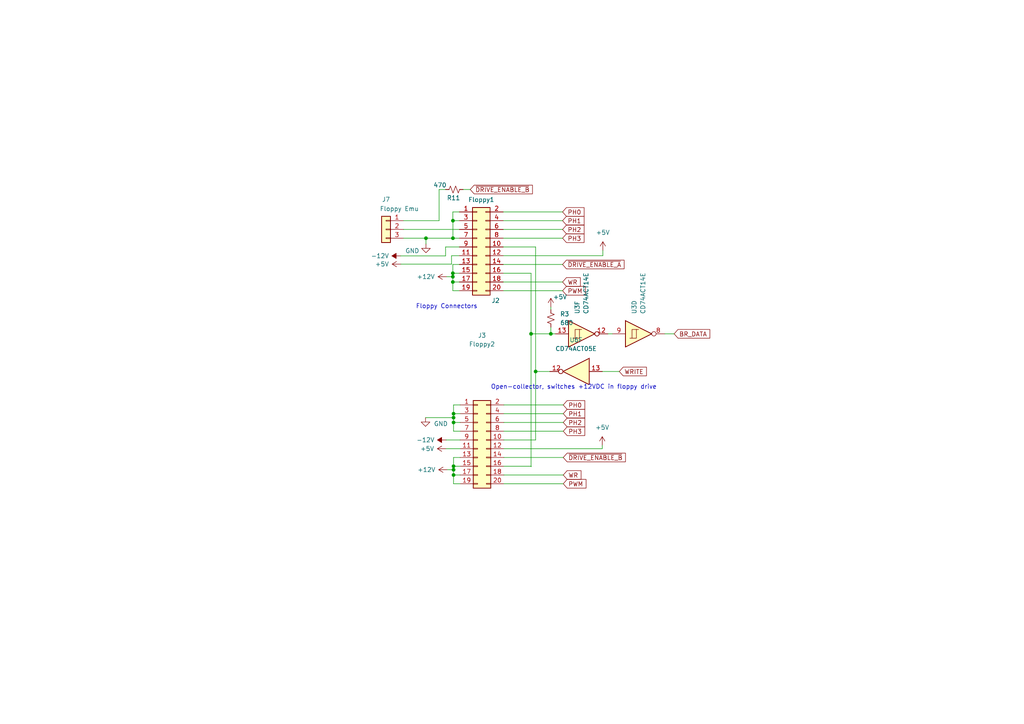
<source format=kicad_sch>
(kicad_sch (version 20230121) (generator eeschema)
  (paper "A4")
  (lib_symbols
    (symbol "74xx:74LS05" (pin_names (offset 1.016))
      (property "Reference" "U" (at 0 1.27 0))
      (property "Value" "74LS05" (at 0 -1.27 0))
      (symbol "74LS05_1_0"
        (polyline (pts (xy -3.81 3.81) (xy -3.81 -3.81) (xy 3.81 0) (xy -3.81 3.81)) (stroke (width 0.254)) (fill (type background)))
        (pin input line (at -7.62 0 0) (length 3.81) (name "~") (number "1"))
        (pin open_collector inverted (at 7.62 0 180) (length 3.81) (name "~") (number "2"))
      )
      (symbol "74LS05_2_0"
        (polyline (pts (xy -3.81 3.81) (xy -3.81 -3.81) (xy 3.81 0) (xy -3.81 3.81)) (stroke (width 0.254)) (fill (type background)))
        (pin input line (at -7.62 0 0) (length 3.81) (name "~") (number "3"))
        (pin open_collector inverted (at 7.62 0 180) (length 3.81) (name "~") (number "4"))
      )
      (symbol "74LS05_3_0"
        (polyline (pts (xy -3.81 3.81) (xy -3.81 -3.81) (xy 3.81 0) (xy -3.81 3.81)) (stroke (width 0.254)) (fill (type background)))
        (pin input line (at -7.62 0 0) (length 3.81) (name "~") (number "5"))
        (pin open_collector inverted (at 7.62 0 180) (length 3.81) (name "~") (number "6"))
      )
      (symbol "74LS05_4_0"
        (polyline (pts (xy -3.81 3.81) (xy -3.81 -3.81) (xy 3.81 0) (xy -3.81 3.81)) (stroke (width 0.254)) (fill (type background)))
        (pin open_collector inverted (at 7.62 0 180) (length 3.81) (name "~") (number "8"))
        (pin input line (at -7.62 0 0) (length 3.81) (name "~") (number "9"))
      )
      (symbol "74LS05_5_0"
        (polyline (pts (xy -3.81 3.81) (xy -3.81 -3.81) (xy 3.81 0) (xy -3.81 3.81)) (stroke (width 0.254)) (fill (type background)))
        (pin open_collector inverted (at 7.62 0 180) (length 3.81) (name "~") (number "10"))
        (pin input line (at -7.62 0 0) (length 3.81) (name "~") (number "11"))
      )
      (symbol "74LS05_6_0"
        (polyline (pts (xy -3.81 3.81) (xy -3.81 -3.81) (xy 3.81 0) (xy -3.81 3.81)) (stroke (width 0.254)) (fill (type background)))
        (pin open_collector inverted (at 7.62 0 180) (length 3.81) (name "~") (number "12"))
        (pin input line (at -7.62 0 0) (length 3.81) (name "~") (number "13"))
      )
      (symbol "74LS05_7_0"
        (pin power_in line (at 0 12.7 270) (length 5.08) (name "VCC") (number "14"))
        (pin power_in line (at 0 -12.7 90) (length 5.08) (name "GND") (number "7"))
      )
      (symbol "74LS05_7_1"
        (rectangle (start -5.08 7.62) (end 5.08 -7.62) (stroke (width 0.254)) (fill (type background)))
      )
    )
    (symbol "74xx:74LS14" (pin_names (offset 1.016))
      (property "Reference" "U" (at 0 1.27 0))
      (property "Value" "74LS14" (at 0 -1.27 0))
      (symbol "74LS14_1_0"
        (polyline (pts (xy -3.81 3.81) (xy -3.81 -3.81) (xy 3.81 0) (xy -3.81 3.81)) (stroke (width 0.254)) (fill (type background)))
        (pin input line (at -7.62 0 0) (length 3.81) (name "~") (number "1"))
        (pin output inverted (at 7.62 0 180) (length 3.81) (name "~") (number "2"))
      )
      (symbol "74LS14_1_1"
        (polyline (pts (xy -1.905 -1.27) (xy -1.905 1.27) (xy -0.635 1.27)))
        (polyline (pts (xy -2.54 -1.27) (xy -0.635 -1.27) (xy -0.635 1.27) (xy 0 1.27)))
      )
      (symbol "74LS14_2_0"
        (polyline (pts (xy -3.81 3.81) (xy -3.81 -3.81) (xy 3.81 0) (xy -3.81 3.81)) (stroke (width 0.254)) (fill (type background)))
        (pin input line (at -7.62 0 0) (length 3.81) (name "~") (number "3"))
        (pin output inverted (at 7.62 0 180) (length 3.81) (name "~") (number "4"))
      )
      (symbol "74LS14_2_1"
        (polyline (pts (xy -1.905 -1.27) (xy -1.905 1.27) (xy -0.635 1.27)))
        (polyline (pts (xy -2.54 -1.27) (xy -0.635 -1.27) (xy -0.635 1.27) (xy 0 1.27)))
      )
      (symbol "74LS14_3_0"
        (polyline (pts (xy -3.81 3.81) (xy -3.81 -3.81) (xy 3.81 0) (xy -3.81 3.81)) (stroke (width 0.254)) (fill (type background)))
        (pin input line (at -7.62 0 0) (length 3.81) (name "~") (number "5"))
        (pin output inverted (at 7.62 0 180) (length 3.81) (name "~") (number "6"))
      )
      (symbol "74LS14_3_1"
        (polyline (pts (xy -1.905 -1.27) (xy -1.905 1.27) (xy -0.635 1.27)))
        (polyline (pts (xy -2.54 -1.27) (xy -0.635 -1.27) (xy -0.635 1.27) (xy 0 1.27)))
      )
      (symbol "74LS14_4_0"
        (polyline (pts (xy -3.81 3.81) (xy -3.81 -3.81) (xy 3.81 0) (xy -3.81 3.81)) (stroke (width 0.254)) (fill (type background)))
        (pin output inverted (at 7.62 0 180) (length 3.81) (name "~") (number "8"))
        (pin input line (at -7.62 0 0) (length 3.81) (name "~") (number "9"))
      )
      (symbol "74LS14_4_1"
        (polyline (pts (xy -1.905 -1.27) (xy -1.905 1.27) (xy -0.635 1.27)))
        (polyline (pts (xy -2.54 -1.27) (xy -0.635 -1.27) (xy -0.635 1.27) (xy 0 1.27)))
      )
      (symbol "74LS14_5_0"
        (polyline (pts (xy -3.81 3.81) (xy -3.81 -3.81) (xy 3.81 0) (xy -3.81 3.81)) (stroke (width 0.254)) (fill (type background)))
        (pin output inverted (at 7.62 0 180) (length 3.81) (name "~") (number "10"))
        (pin input line (at -7.62 0 0) (length 3.81) (name "~") (number "11"))
      )
      (symbol "74LS14_5_1"
        (polyline (pts (xy -1.905 -1.27) (xy -1.905 1.27) (xy -0.635 1.27)))
        (polyline (pts (xy -2.54 -1.27) (xy -0.635 -1.27) (xy -0.635 1.27) (xy 0 1.27)))
      )
      (symbol "74LS14_6_0"
        (polyline (pts (xy -3.81 3.81) (xy -3.81 -3.81) (xy 3.81 0) (xy -3.81 3.81)) (stroke (width 0.254)) (fill (type background)))
        (pin output inverted (at 7.62 0 180) (length 3.81) (name "~") (number "12"))
        (pin input line (at -7.62 0 0) (length 3.81) (name "~") (number "13"))
      )
      (symbol "74LS14_6_1"
        (polyline (pts (xy -1.905 -1.27) (xy -1.905 1.27) (xy -0.635 1.27)))
        (polyline (pts (xy -2.54 -1.27) (xy -0.635 -1.27) (xy -0.635 1.27) (xy 0 1.27)))
      )
      (symbol "74LS14_7_0"
        (pin power_in line (at 0 12.7 270) (length 5.08) (name "VCC") (number "14"))
        (pin power_in line (at 0 -12.7 90) (length 5.08) (name "GND") (number "7"))
      )
      (symbol "74LS14_7_1"
        (rectangle (start -5.08 7.62) (end 5.08 -7.62) (stroke (width 0.254)) (fill (type background)))
      )
    )
    (symbol "Connector_Generic:Conn_01x03" (pin_names (offset 1.016) hide)
      (property "Reference" "J" (at 0 5.08 0))
      (property "Value" "Conn_01x03" (at 0 -5.08 0))
      (symbol "Conn_01x03_1_1"
        (rectangle (start -1.27 -2.413) (end 0 -2.667) (stroke (width 0.1524)))
        (rectangle (start -1.27 0.127) (end 0 -0.127) (stroke (width 0.1524)))
        (rectangle (start -1.27 2.667) (end 0 2.413) (stroke (width 0.1524)))
        (rectangle (start -1.27 3.81) (end 1.27 -3.81) (stroke (width 0.254)) (fill (type background)))
        (pin passive line (at -5.08 2.54 0) (length 3.81) (name "Pin_1") (number "1"))
        (pin passive line (at -5.08 0 0) (length 3.81) (name "Pin_2") (number "2"))
        (pin passive line (at -5.08 -2.54 0) (length 3.81) (name "Pin_3") (number "3"))
      )
    )
    (symbol "Connector_Generic:Conn_02x10_Odd_Even" (pin_names (offset 1.016) hide)
      (property "Reference" "J" (at 1.27 12.7 0))
      (property "Value" "Conn_02x10_Odd_Even" (at 1.27 -15.24 0))
      (symbol "Conn_02x10_Odd_Even_1_1"
        (rectangle (start -1.27 -12.573) (end 0 -12.827) (stroke (width 0.1524)))
        (rectangle (start -1.27 -10.033) (end 0 -10.287) (stroke (width 0.1524)))
        (rectangle (start -1.27 -7.493) (end 0 -7.747) (stroke (width 0.1524)))
        (rectangle (start -1.27 -4.953) (end 0 -5.207) (stroke (width 0.1524)))
        (rectangle (start -1.27 -2.413) (end 0 -2.667) (stroke (width 0.1524)))
        (rectangle (start -1.27 0.127) (end 0 -0.127) (stroke (width 0.1524)))
        (rectangle (start -1.27 2.667) (end 0 2.413) (stroke (width 0.1524)))
        (rectangle (start -1.27 5.207) (end 0 4.953) (stroke (width 0.1524)))
        (rectangle (start -1.27 7.747) (end 0 7.493) (stroke (width 0.1524)))
        (rectangle (start -1.27 10.287) (end 0 10.033) (stroke (width 0.1524)))
        (rectangle (start -1.27 11.43) (end 3.81 -13.97) (stroke (width 0.254)) (fill (type background)))
        (rectangle (start 3.81 -12.573) (end 2.54 -12.827) (stroke (width 0.1524)))
        (rectangle (start 3.81 -10.033) (end 2.54 -10.287) (stroke (width 0.1524)))
        (rectangle (start 3.81 -7.493) (end 2.54 -7.747) (stroke (width 0.1524)))
        (rectangle (start 3.81 -4.953) (end 2.54 -5.207) (stroke (width 0.1524)))
        (rectangle (start 3.81 -2.413) (end 2.54 -2.667) (stroke (width 0.1524)))
        (rectangle (start 3.81 0.127) (end 2.54 -0.127) (stroke (width 0.1524)))
        (rectangle (start 3.81 2.667) (end 2.54 2.413) (stroke (width 0.1524)))
        (rectangle (start 3.81 5.207) (end 2.54 4.953) (stroke (width 0.1524)))
        (rectangle (start 3.81 7.747) (end 2.54 7.493) (stroke (width 0.1524)))
        (rectangle (start 3.81 10.287) (end 2.54 10.033) (stroke (width 0.1524)))
        (pin passive line (at -5.08 10.16 0) (length 3.81) (name "Pin_1") (number "1"))
        (pin passive line (at 7.62 0 180) (length 3.81) (name "Pin_10") (number "10"))
        (pin passive line (at -5.08 -2.54 0) (length 3.81) (name "Pin_11") (number "11"))
        (pin passive line (at 7.62 -2.54 180) (length 3.81) (name "Pin_12") (number "12"))
        (pin passive line (at -5.08 -5.08 0) (length 3.81) (name "Pin_13") (number "13"))
        (pin passive line (at 7.62 -5.08 180) (length 3.81) (name "Pin_14") (number "14"))
        (pin passive line (at -5.08 -7.62 0) (length 3.81) (name "Pin_15") (number "15"))
        (pin passive line (at 7.62 -7.62 180) (length 3.81) (name "Pin_16") (number "16"))
        (pin passive line (at -5.08 -10.16 0) (length 3.81) (name "Pin_17") (number "17"))
        (pin passive line (at 7.62 -10.16 180) (length 3.81) (name "Pin_18") (number "18"))
        (pin passive line (at -5.08 -12.7 0) (length 3.81) (name "Pin_19") (number "19"))
        (pin passive line (at 7.62 10.16 180) (length 3.81) (name "Pin_2") (number "2"))
        (pin passive line (at 7.62 -12.7 180) (length 3.81) (name "Pin_20") (number "20"))
        (pin passive line (at -5.08 7.62 0) (length 3.81) (name "Pin_3") (number "3"))
        (pin passive line (at 7.62 7.62 180) (length 3.81) (name "Pin_4") (number "4"))
        (pin passive line (at -5.08 5.08 0) (length 3.81) (name "Pin_5") (number "5"))
        (pin passive line (at 7.62 5.08 180) (length 3.81) (name "Pin_6") (number "6"))
        (pin passive line (at -5.08 2.54 0) (length 3.81) (name "Pin_7") (number "7"))
        (pin passive line (at 7.62 2.54 180) (length 3.81) (name "Pin_8") (number "8"))
        (pin passive line (at -5.08 0 0) (length 3.81) (name "Pin_9") (number "9"))
      )
    )
    (symbol "Device:R_Small_US" (pin_numbers hide) (pin_names (offset 0.254) hide)
      (property "Reference" "R" (at 0.762 0.508 0))
      (property "Value" "R_Small_US" (at 0.762 -1.016 0))
      (symbol "R_Small_US_1_1"
        (polyline (pts (xy 0 0) (xy 1.016 -0.381) (xy 0 -0.762) (xy -1.016 -1.143) (xy 0 -1.524)))
        (polyline (pts (xy 0 1.524) (xy 1.016 1.143) (xy 0 0.762) (xy -1.016 0.381) (xy 0 0)))
        (pin passive line (at 0 2.54 270) (length 1.016) (name "~") (number "1"))
        (pin passive line (at 0 -2.54 90) (length 1.016) (name "~") (number "2"))
      )
    )
    (symbol "power:+12V" (power) (pin_names (offset 0))
      (property "Value" "+12V" (at 0 3.556 0))
      (symbol "+12V_0_1"
        (polyline (pts (xy -0.762 1.27) (xy 0 2.54)))
        (polyline (pts (xy 0 0) (xy 0 2.54)))
        (polyline (pts (xy 0 2.54) (xy 0.762 1.27)))
      )
      (symbol "+12V_1_1"
        (pin power_in line (at 0 0 90) (length 0) hide (name "+12V") (number "1"))
      )
    )
    (symbol "power:+5V" (power) (pin_names (offset 0))
      (property "Value" "+5V" (at 0 3.556 0))
      (symbol "+5V_0_1"
        (polyline (pts (xy -0.762 1.27) (xy 0 2.54)))
        (polyline (pts (xy 0 0) (xy 0 2.54)))
        (polyline (pts (xy 0 2.54) (xy 0.762 1.27)))
      )
      (symbol "+5V_1_1"
        (pin power_in line (at 0 0 90) (length 0) hide (name "+5V") (number "1"))
      )
    )
    (symbol "power:-12V" (power) (pin_names (offset 0))
      (property "Value" "-12V" (at 0 3.81 0))
      (symbol "-12V_0_0"
        (pin power_in line (at 0 0 90) (length 0) hide (name "-12V") (number "1"))
      )
      (symbol "-12V_0_1"
        (polyline (pts (xy 0 0) (xy 0 1.27) (xy 0.762 1.27) (xy 0 2.54) (xy -0.762 1.27) (xy 0 1.27)) (fill (type outline)))
      )
    )
    (symbol "power:GND" (power) (pin_names (offset 0))
      (property "Value" "GND" (at 0 -3.81 0))
      (symbol "GND_0_1"
        (polyline (pts (xy 0 0) (xy 0 -1.27) (xy 1.27 -1.27) (xy 0 -2.54) (xy -1.27 -1.27) (xy 0 -1.27)))
      )
      (symbol "GND_1_1"
        (pin power_in line (at 0 0 270) (length 0) hide (name "GND") (number "1"))
      )
    )
  )
  (junction (at 131.3688 64.008))
  (junction (at 131.3434 81.788))
  (junction (at 131.5466 119.9896))
  (junction (at 131.3434 79.248))
  (junction (at 131.5466 122.5296))
  (junction (at 155.3464 107.7468))
  (junction (at 131.5466 121.1326))
  (junction (at 131.5466 137.7696))
  (junction (at 131.5466 136.2456))
  (junction (at 131.5466 135.2296))
  (junction (at 131.3434 80.264))
  (junction (at 131.3688 69.088))
  (junction (at 159.766 96.8248))
  (junction (at 123.5456 69.088))
  (junction (at 154.0256 96.8248))
  (wire (pts (xy 145.9484 66.548) (xy 163.1696 66.548)))
  (wire (pts (xy 131.3434 61.468) (xy 131.3434 64.008)))
  (wire (pts (xy 131.5466 125.0696) (xy 133.4516 125.0696)))
  (wire (pts (xy 123.4186 121.1326) (xy 131.5466 121.1326)))
  (wire (pts (xy 159.766 89.0524) (xy 159.766 89.8144)))
  (wire (pts (xy 154.0256 79.248) (xy 154.0256 96.8248)))
  (wire (pts (xy 146.1516 117.4496) (xy 163.3728 117.4496)))
  (wire (pts (xy 129.3876 130.1496) (xy 133.4516 130.1496)))
  (wire (pts (xy 131.5466 122.5296) (xy 133.4516 122.5296)))
  (wire (pts (xy 176.3268 96.8248) (xy 177.5968 96.8248)))
  (wire (pts (xy 131.3434 81.788) (xy 131.3434 84.328)))
  (wire (pts (xy 131.3434 80.264) (xy 131.3434 81.788)))
  (wire (pts (xy 145.9484 64.008) (xy 163.1696 64.008)))
  (wire (pts (xy 174.6758 129.1844) (xy 174.6758 130.1496)))
  (wire (pts (xy 116.2812 76.6064) (xy 130.9624 76.6064)))
  (wire (pts (xy 154.0256 96.8248) (xy 154.0256 135.3312)))
  (wire (pts (xy 145.9484 69.088) (xy 163.1696 69.088)))
  (wire (pts (xy 146.1516 132.6896) (xy 163.3728 132.6896)))
  (wire (pts (xy 130.9624 76.6064) (xy 130.9624 74.168)))
  (wire (pts (xy 146.1516 130.1496) (xy 174.6758 130.1496)))
  (wire (pts (xy 129.2352 74.2188) (xy 129.2352 71.628)))
  (wire (pts (xy 133.4516 132.6896) (xy 131.5466 132.6896)))
  (wire (pts (xy 155.3464 107.7468) (xy 155.3464 71.628)))
  (wire (pts (xy 130.9624 74.168) (xy 133.2484 74.168)))
  (wire (pts (xy 131.5466 117.4496) (xy 131.5466 119.9896)))
  (wire (pts (xy 131.5466 137.7696) (xy 133.4516 137.7696)))
  (wire (pts (xy 145.9484 84.328) (xy 163.1696 84.328)))
  (wire (pts (xy 117.0432 66.548) (xy 133.2484 66.548)))
  (wire (pts (xy 131.5466 140.3096) (xy 133.4516 140.3096)))
  (wire (pts (xy 145.9484 76.708) (xy 163.1696 76.708)))
  (wire (pts (xy 131.3434 79.248) (xy 131.3434 80.264)))
  (wire (pts (xy 146.1516 135.2296) (xy 154.0764 135.2296)))
  (wire (pts (xy 131.3434 81.788) (xy 133.2484 81.788)))
  (wire (pts (xy 131.3688 69.088) (xy 133.2484 69.088)))
  (wire (pts (xy 131.5466 122.5296) (xy 131.5466 125.0696)))
  (wire (pts (xy 131.3434 64.008) (xy 131.3688 64.008)))
  (wire (pts (xy 146.1516 137.7696) (xy 163.3728 137.7696)))
  (wire (pts (xy 195.5292 96.8248) (xy 192.8368 96.8248)))
  (wire (pts (xy 131.5466 132.6896) (xy 131.5466 135.2296)))
  (wire (pts (xy 145.9484 81.788) (xy 163.1696 81.788)))
  (wire (pts (xy 179.6288 107.7468) (xy 174.7012 107.7468)))
  (wire (pts (xy 131.3434 84.328) (xy 133.2484 84.328)))
  (wire (pts (xy 117.0432 64.008) (xy 127.3556 64.008)))
  (wire (pts (xy 159.766 94.8944) (xy 159.766 96.8248)))
  (wire (pts (xy 131.3688 64.008) (xy 131.3688 69.088)))
  (wire (pts (xy 155.3464 107.7468) (xy 159.4612 107.7468)))
  (wire (pts (xy 131.5466 121.1326) (xy 131.5466 122.5296)))
  (wire (pts (xy 129.2352 71.628) (xy 133.2484 71.628)))
  (wire (pts (xy 145.9484 61.468) (xy 163.1696 61.468)))
  (wire (pts (xy 127.3556 54.9656) (xy 129.2352 54.9656)))
  (wire (pts (xy 133.2484 61.468) (xy 131.3434 61.468)))
  (wire (pts (xy 134.3152 54.9656) (xy 136.398 54.9656)))
  (wire (pts (xy 116.1796 74.2188) (xy 129.2352 74.2188)))
  (wire (pts (xy 154.0256 96.8248) (xy 159.766 96.8248)))
  (wire (pts (xy 131.5466 119.9896) (xy 133.4516 119.9896)))
  (wire (pts (xy 131.5466 137.7696) (xy 131.5466 140.3096)))
  (wire (pts (xy 154.0256 135.3312) (xy 154.0764 135.3312)))
  (wire (pts (xy 174.8536 72.644) (xy 174.8536 74.168)))
  (wire (pts (xy 123.5456 69.088) (xy 123.5456 70.7644)))
  (wire (pts (xy 145.9484 71.628) (xy 155.3464 71.628)))
  (wire (pts (xy 146.1516 122.5296) (xy 163.3728 122.5296)))
  (wire (pts (xy 131.3434 76.708) (xy 131.3434 79.248)))
  (wire (pts (xy 131.5466 119.9896) (xy 131.5466 121.1326)))
  (wire (pts (xy 146.1516 127.6096) (xy 155.3464 127.6096)))
  (wire (pts (xy 131.3434 79.248) (xy 133.2484 79.248)))
  (wire (pts (xy 145.9484 74.168) (xy 174.8536 74.168)))
  (wire (pts (xy 145.9484 79.248) (xy 154.0256 79.248)))
  (wire (pts (xy 131.3688 64.008) (xy 133.2484 64.008)))
  (wire (pts (xy 131.5466 135.2296) (xy 133.4516 135.2296)))
  (wire (pts (xy 131.5466 135.2296) (xy 131.5466 136.2456)))
  (wire (pts (xy 127.3556 64.008) (xy 127.3556 54.9656)))
  (wire (pts (xy 146.1516 119.9896) (xy 163.3728 119.9896)))
  (wire (pts (xy 123.5456 69.088) (xy 131.3688 69.088)))
  (wire (pts (xy 117.0432 69.088) (xy 123.5456 69.088)))
  (wire (pts (xy 133.2484 76.708) (xy 131.3434 76.708)))
  (wire (pts (xy 129.7686 136.2456) (xy 131.5466 136.2456)))
  (wire (pts (xy 146.1516 140.3096) (xy 163.3728 140.3096)))
  (wire (pts (xy 161.0868 96.8248) (xy 159.766 96.8248)))
  (wire (pts (xy 131.5466 136.2456) (xy 131.5466 137.7696)))
  (wire (pts (xy 154.0764 135.3312) (xy 154.0764 135.2296)))
  (wire (pts (xy 133.4516 117.4496) (xy 131.5466 117.4496)))
  (wire (pts (xy 129.5908 80.264) (xy 131.3434 80.264)))
  (wire (pts (xy 129.3876 127.6096) (xy 133.4516 127.6096)))
  (wire (pts (xy 155.3464 107.7468) (xy 155.3464 127.6096)))
  (wire (pts (xy 146.1516 125.0696) (xy 163.3728 125.0696)))
  (text "Open-collector, switches +12VDC in floppy drive" (at 190.5 113.0808 0) (effects (font (size 1.27 1.27)) (justify right bottom)))
  (text "Floppy Connectors" (at 120.5992 89.7128 0) (effects (font (size 1.27 1.27)) (justify left bottom)))
  (global_label "~{DRIVE_ENABLE_B}" (shape input) (at 163.3728 132.6896 0) (property "Intersheetrefs" "${INTERSHEET_REFS}" (effects hide)))
  (global_label "PWM" (shape input) (at 163.1696 84.328 0) (property "Intersheetrefs" "${INTERSHEET_REFS}" (effects hide)))
  (global_label "PWM" (shape input) (at 163.3728 140.3096 0) (property "Intersheetrefs" "${INTERSHEET_REFS}" (effects hide)))
  (global_label "PH2" (shape input) (at 163.1696 66.548 0) (property "Intersheetrefs" "${INTERSHEET_REFS}" (effects hide)))
  (global_label "PH0" (shape input) (at 163.3728 117.4496 0) (property "Intersheetrefs" "${INTERSHEET_REFS}" (effects hide)))
  (global_label "WR" (shape input) (at 163.3728 137.7696 0) (property "Intersheetrefs" "${INTERSHEET_REFS}" (effects hide)))
  (global_label "~{DRIVE_ENABLE_B}" (shape input) (at 136.398 54.9656 0) (property "Intersheetrefs" "${INTERSHEET_REFS}" (effects hide)))
  (global_label "WRITE" (shape input) (at 179.6288 107.7468 0) (property "Intersheetrefs" "${INTERSHEET_REFS}" (effects hide)))
  (global_label "PH3" (shape input) (at 163.1696 69.088 0) (property "Intersheetrefs" "${INTERSHEET_REFS}" (effects hide)))
  (global_label "PH2" (shape input) (at 163.3728 122.5296 0) (property "Intersheetrefs" "${INTERSHEET_REFS}" (effects hide)))
  (global_label "WR" (shape input) (at 163.1696 81.788 0) (property "Intersheetrefs" "${INTERSHEET_REFS}" (effects hide)))
  (global_label "PH3" (shape input) (at 163.3728 125.0696 0) (property "Intersheetrefs" "${INTERSHEET_REFS}" (effects hide)))
  (global_label "PH0" (shape input) (at 163.1696 61.468 0) (property "Intersheetrefs" "${INTERSHEET_REFS}" (effects hide)))
  (global_label "~{DRIVE_ENABLE_A}" (shape input) (at 163.1696 76.708 0) (property "Intersheetrefs" "${INTERSHEET_REFS}" (effects hide)))
  (global_label "PH1" (shape input) (at 163.3728 119.9896 0) (property "Intersheetrefs" "${INTERSHEET_REFS}" (effects hide)))
  (global_label "BR_DATA" (shape input) (at 195.5292 96.8248 0) (property "Intersheetrefs" "${INTERSHEET_REFS}" (effects hide)))
  (global_label "PH1" (shape input) (at 163.1696 64.008 0) (property "Intersheetrefs" "${INTERSHEET_REFS}" (effects hide)))
  (symbol (lib_id "Connector_Generic:Conn_01x03") (at 111.9632 66.548 0) (mirror y) (unit 1)
    (property "Reference" "J7" (at 111.9632 57.8612 0))
    (property "Value" "Floppy Emu" (at 115.824 60.5536 0))
    (property "Footprint" "Connector_PinHeader_2.54mm:PinHeader_1x03_P2.54mm_Vertical" (effects hide))
  )
  (symbol (lib_id "power:+5V") (at 116.2812 76.6064 90) (unit 1)
    (property "Reference" "#PWR019" (effects hide))
    (property "Value" "+5V" (at 112.8522 76.6064 90) (effects (justify left)))
    (instances (project "MicroSci Floppy Controller" (path "" (reference "#PWR019") (unit 1)) (path "" (reference "#PWR023") (unit 1)) (path "" (reference "#PWR019") (unit 1))) (project "Sequential Systems Q-Print" (path "" (reference "#PWR09") (unit 1))))
  )
  (symbol (lib_id "power:+12V") (at 129.7686 136.2456 90) (unit 1)
    (property "Reference" "#PWR024" (effects hide))
    (property "Value" "+12V" (at 126.3396 136.2456 90) (effects (justify left)))
    (instances (project "MicroSci Floppy Controller" (path "" (reference "#PWR024") (unit 1)) (path "" (reference "#PWR026") (unit 1)) (path "" (reference "#PWR026") (unit 1))))
  )
  (symbol (lib_id "74xx:74LS05") (at 167.0812 107.7468 0) (mirror y) (unit 6)
    (property "Reference" "U6" (at 167.0812 98.6028 0))
    (property "Value" "CD74ACT05E" (at 167.0812 101.1428 0))
    (property "Footprint" "Package_DIP:DIP-14_W7.62mm" (effects hide))
    (property "Datasheet" "http://www.ti.com/lit/gpn/sn74LS05" (effects hide))
  )
  (symbol (lib_id "Connector_Generic:Conn_02x10_Odd_Even") (at 138.3284 71.628 0) (unit 1)
    (property "Reference" "J2" (at 143.764 87.1728 0))
    (property "Value" "Floppy1" (at 139.5984 57.912 0))
    (property "Footprint" "Connector_PinHeader_2.54mm:PinHeader_2x10_P2.54mm_Horizontal" (effects hide))
  )
  (symbol (lib_id "Device:R_Small_US") (at 159.766 92.3544 0) (unit 1)
    (property "Reference" "R3" (at 162.433 91.0844 0) (effects (justify left)))
    (property "Value" "680" (at 162.433 93.6244 0) (effects (justify left)))
    (property "Footprint" "Resistor_THT:R_Axial_DIN0207_L6.3mm_D2.5mm_P7.62mm_Horizontal" (effects hide))
  )
  (symbol (lib_id "Connector_Generic:Conn_02x10_Odd_Even") (at 138.5316 127.6096 0) (unit 1)
    (property "Reference" "J3" (at 139.8016 97.282 0))
    (property "Value" "Floppy2" (at 139.8016 99.822 0))
    (property "Footprint" "Connector_PinHeader_2.54mm:PinHeader_2x10_P2.54mm_Horizontal" (effects hide))
  )
  (symbol (lib_id "74xx:74LS14") (at 168.7068 96.8248 0) (unit 6)
    (property "Reference" "U3" (at 167.4368 91.1098 90) (effects (justify left)))
    (property "Value" "CD74ACT14E" (at 169.9768 91.1098 90) (effects (justify left)))
    (property "Footprint" "Package_DIP:DIP-14_W7.62mm" (effects hide))
    (property "Datasheet" "http://www.ti.com/lit/gpn/sn74LS14" (effects hide))
  )
  (symbol (lib_id "power:+5V") (at 159.766 89.0524 0) (unit 1)
    (property "Reference" "#PWR016" (effects hide))
    (property "Value" "+5V" (at 162.433 86.1314 0))
    (instances (project "MicroSci Floppy Controller" (path "" (reference "#PWR016") (unit 1)) (path "" (reference "#PWR016") (unit 1)) (path "" (reference "#PWR021") (unit 1))))
  )
  (symbol (lib_id "power:GND") (at 123.4186 121.1326 0) (unit 1)
    (property "Reference" "#PWR017" (effects hide))
    (property "Value" "GND" (at 127.8636 122.9106 0))
    (instances (project "MicroSci Floppy Controller" (path "" (reference "#PWR017") (unit 1)) (path "" (reference "#PWR018") (unit 1)) (path "" (reference "#PWR022") (unit 1))))
  )
  (symbol (lib_id "Device:R_Small_US") (at 131.7752 54.9656 90) (unit 1)
    (property "Reference" "R11" (at 133.5024 57.404 90) (effects (justify left)))
    (property "Value" "470" (at 129.54 53.6956 90) (effects (justify left)))
    (property "Footprint" "Resistor_THT:R_Axial_DIN0207_L6.3mm_D2.5mm_P7.62mm_Horizontal" (effects hide))
  )
  (symbol (lib_id "power:-12V") (at 129.3876 127.6096 90) (unit 1)
    (property "Reference" "#PWR022" (effects hide))
    (property "Value" "-12V" (at 123.4186 127.6096 90))
    (instances (project "MicroSci Floppy Controller" (path "" (reference "#PWR022") (unit 1)) (path "" (reference "#PWR020") (unit 1)) (path "" (reference "#PWR023") (unit 1))))
  )
  (symbol (lib_id "74xx:74LS14") (at 185.2168 96.8248 0) (unit 4)
    (property "Reference" "U3" (at 183.9468 91.1098 90) (effects (justify left)))
    (property "Value" "CD74ACT14E" (at 186.4868 91.1098 90) (effects (justify left)))
    (property "Footprint" "Package_DIP:DIP-14_W7.62mm" (effects hide))
    (property "Datasheet" "http://www.ti.com/lit/gpn/sn74LS14" (effects hide))
  )
  (symbol (lib_id "power:+5V") (at 129.3876 130.1496 90) (unit 1)
    (property "Reference" "#PWR023" (effects hide))
    (property "Value" "+5V" (at 125.9586 130.1496 90) (effects (justify left)))
    (instances (project "MicroSci Floppy Controller" (path "" (reference "#PWR023") (unit 1)) (path "" (reference "#PWR024") (unit 1)) (path "" (reference "#PWR025") (unit 1))) (project "Sequential Systems Q-Print" (path "" (reference "#PWR09") (unit 1))))
  )
  (symbol (lib_id "power:-12V") (at 116.1796 74.2188 90) (unit 1)
    (property "Reference" "#PWR018" (effects hide))
    (property "Value" "-12V" (at 110.2106 74.2188 90))
    (instances (project "MicroSci Floppy Controller" (path "" (reference "#PWR018") (unit 1)) (path "" (reference "#PWR019") (unit 1)) (path "" (reference "#PWR018") (unit 1))))
  )
  (symbol (lib_id "power:+5V") (at 174.8536 72.644 0) (unit 1)
    (property "Reference" "#PWR025" (effects hide))
    (property "Value" "+5V" (at 174.8536 67.437 0))
    (instances (project "MicroSci Floppy Controller" (path "" (reference "#PWR025") (unit 1)) (path "" (reference "#PWR021") (unit 1)) (path "" (reference "#PWR017") (unit 1))) (project "Sequential Systems Q-Print" (path "" (reference "#PWR09") (unit 1))))
  )
  (symbol (lib_id "power:+12V") (at 129.5908 80.264 90) (unit 1)
    (property "Reference" "#PWR020" (effects hide))
    (property "Value" "+12V" (at 126.1618 80.264 90) (effects (justify left)))
    (instances (project "MicroSci Floppy Controller" (path "" (reference "#PWR020") (unit 1)) (path "" (reference "#PWR025") (unit 1)) (path "" (reference "#PWR020") (unit 1))))
  )
  (symbol (lib_id "power:GND") (at 123.5456 70.7644 0) (unit 1)
    (property "Reference" "#PWR021" (effects hide))
    (property "Value" "GND" (at 119.5832 72.7456 0))
    (instances (project "MicroSci Floppy Controller" (path "" (reference "#PWR021") (unit 1)) (path "" (reference "#PWR017") (unit 1)) (path "" (reference "#PWR016") (unit 1))))
  )
  (symbol (lib_id "power:+5V") (at 174.6758 129.1844 0) (unit 1)
    (property "Reference" "#PWR026" (effects hide))
    (property "Value" "+5V" (at 174.6758 123.9774 0))
    (instances (project "MicroSci Floppy Controller" (path "" (reference "#PWR026") (unit 1)) (path "" (reference "#PWR022") (unit 1)) (path "" (reference "#PWR024") (unit 1))) (project "Sequential Systems Q-Print" (path "" (reference "#PWR09") (unit 1))))
  )
)
</source>
